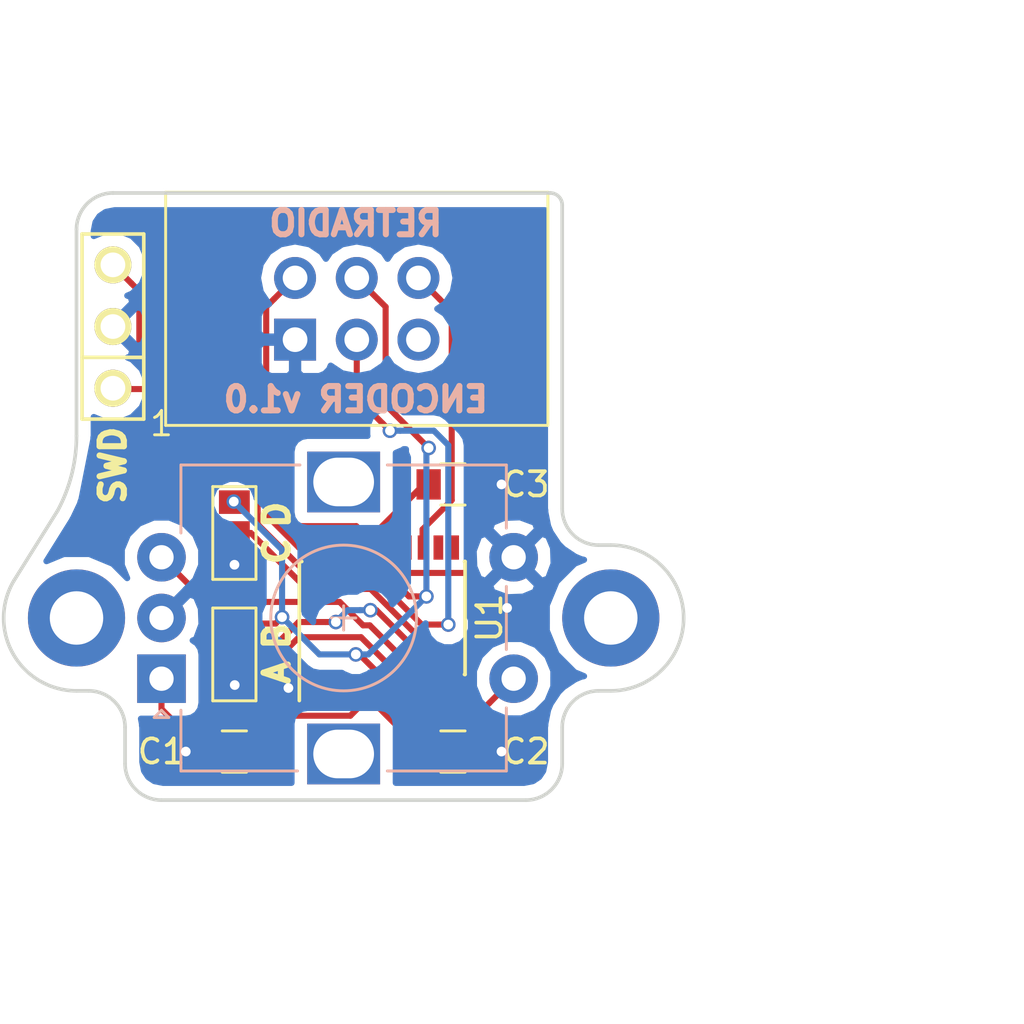
<source format=kicad_pcb>
(kicad_pcb (version 4) (host pcbnew 4.0.7-e2-6376~58~ubuntu16.04.1)

  (general
    (links 27)
    (no_connects 0)
    (area 153.424999 84.058222 202.85 127.700001)
    (thickness 1.6)
    (drawings 30)
    (tracks 150)
    (zones 0)
    (modules 9)
    (nets 14)
  )

  (page A4)
  (layers
    (0 F.Cu signal)
    (31 B.Cu signal)
    (32 B.Adhes user)
    (33 F.Adhes user)
    (34 B.Paste user)
    (35 F.Paste user)
    (36 B.SilkS user)
    (37 F.SilkS user)
    (38 B.Mask user)
    (39 F.Mask user)
    (40 Dwgs.User user)
    (41 Cmts.User user)
    (42 Eco1.User user)
    (43 Eco2.User user)
    (44 Edge.Cuts user)
    (45 Margin user)
    (46 B.CrtYd user)
    (47 F.CrtYd user)
    (48 B.Fab user hide)
    (49 F.Fab user hide)
  )

  (setup
    (last_trace_width 0.25)
    (trace_clearance 0.2)
    (zone_clearance 0.508)
    (zone_45_only no)
    (trace_min 0.2)
    (segment_width 0.2)
    (edge_width 0.15)
    (via_size 0.6)
    (via_drill 0.4)
    (via_min_size 0.4)
    (via_min_drill 0.3)
    (uvia_size 0.3)
    (uvia_drill 0.1)
    (uvias_allowed no)
    (uvia_min_size 0.2)
    (uvia_min_drill 0.1)
    (pcb_text_width 0.3)
    (pcb_text_size 1.5 1.5)
    (mod_edge_width 0.15)
    (mod_text_size 1 1)
    (mod_text_width 0.15)
    (pad_size 2 2)
    (pad_drill 1)
    (pad_to_mask_clearance 0.2)
    (aux_axis_origin 0 0)
    (grid_origin 160 101.5)
    (visible_elements FFFFFF7F)
    (pcbplotparams
      (layerselection 0x010f0_80000001)
      (usegerberextensions false)
      (excludeedgelayer true)
      (linewidth 0.100000)
      (plotframeref false)
      (viasonmask false)
      (mode 1)
      (useauxorigin false)
      (hpglpennumber 1)
      (hpglpenspeed 20)
      (hpglpendiameter 15)
      (hpglpenoverlay 2)
      (psnegative false)
      (psa4output false)
      (plotreference true)
      (plotvalue true)
      (plotinvisibletext false)
      (padsonsilk false)
      (subtractmaskfromsilk false)
      (outputformat 1)
      (mirror false)
      (drillshape 0)
      (scaleselection 1)
      (outputdirectory gerber/))
  )

  (net 0 "")
  (net 1 "Net-(C1-Pad1)")
  (net 2 GND)
  (net 3 +3V3)
  (net 4 "Net-(SW1-Pad1)")
  (net 5 "Net-(SW1-Pad3)")
  (net 6 "Net-(SW1-Pad4)")
  (net 7 /ALERT)
  (net 8 /SCL)
  (net 9 /SDA)
  (net 10 /SWDIO)
  (net 11 /SWCLK)
  (net 12 "Net-(J1-Pad2)")
  (net 13 "Net-(J2-Pad2)")

  (net_class Default "This is the default net class."
    (clearance 0.2)
    (trace_width 0.25)
    (via_dia 0.6)
    (via_drill 0.4)
    (uvia_dia 0.3)
    (uvia_drill 0.1)
    (add_net +3V3)
    (add_net /ALERT)
    (add_net /SCL)
    (add_net /SDA)
    (add_net /SWCLK)
    (add_net /SWDIO)
    (add_net GND)
    (add_net "Net-(C1-Pad1)")
    (add_net "Net-(J1-Pad2)")
    (add_net "Net-(J2-Pad2)")
    (add_net "Net-(SW1-Pad1)")
    (add_net "Net-(SW1-Pad3)")
    (add_net "Net-(SW1-Pad4)")
  )

  (module Capacitors_SMD:C_0805 (layer F.Cu) (tedit 58AA8463) (tstamp 5C2D53F7)
    (at 175.5 114.5)
    (descr "Capacitor SMD 0805, reflow soldering, AVX (see smccp.pdf)")
    (tags "capacitor 0805")
    (path /5C2D49B4)
    (attr smd)
    (fp_text reference C2 (at 3 0) (layer F.SilkS)
      (effects (font (size 1 1) (thickness 0.15)))
    )
    (fp_text value 100n (at 0 1.75) (layer F.Fab)
      (effects (font (size 1 1) (thickness 0.15)))
    )
    (fp_text user %R (at 0 -1.5) (layer F.Fab)
      (effects (font (size 1 1) (thickness 0.15)))
    )
    (fp_line (start -1 0.62) (end -1 -0.62) (layer F.Fab) (width 0.1))
    (fp_line (start 1 0.62) (end -1 0.62) (layer F.Fab) (width 0.1))
    (fp_line (start 1 -0.62) (end 1 0.62) (layer F.Fab) (width 0.1))
    (fp_line (start -1 -0.62) (end 1 -0.62) (layer F.Fab) (width 0.1))
    (fp_line (start 0.5 -0.85) (end -0.5 -0.85) (layer F.SilkS) (width 0.12))
    (fp_line (start -0.5 0.85) (end 0.5 0.85) (layer F.SilkS) (width 0.12))
    (fp_line (start -1.75 -0.88) (end 1.75 -0.88) (layer F.CrtYd) (width 0.05))
    (fp_line (start -1.75 -0.88) (end -1.75 0.87) (layer F.CrtYd) (width 0.05))
    (fp_line (start 1.75 0.87) (end 1.75 -0.88) (layer F.CrtYd) (width 0.05))
    (fp_line (start 1.75 0.87) (end -1.75 0.87) (layer F.CrtYd) (width 0.05))
    (pad 1 smd rect (at -1 0) (size 1 1.25) (layers F.Cu F.Paste F.Mask)
      (net 3 +3V3))
    (pad 2 smd rect (at 1 0) (size 1 1.25) (layers F.Cu F.Paste F.Mask)
      (net 2 GND))
    (model Capacitors_SMD.3dshapes/C_0805.wrl
      (at (xyz 0 0 0))
      (scale (xyz 1 1 1))
      (rotate (xyz 0 0 0))
    )
  )

  (module Capacitors_SMD:C_0805 (layer F.Cu) (tedit 58AA8463) (tstamp 5C2D5408)
    (at 175.5 103.5 180)
    (descr "Capacitor SMD 0805, reflow soldering, AVX (see smccp.pdf)")
    (tags "capacitor 0805")
    (path /5C2D49F5)
    (attr smd)
    (fp_text reference C3 (at -3 0 180) (layer F.SilkS)
      (effects (font (size 1 1) (thickness 0.15)))
    )
    (fp_text value 100n (at 0 1.75 180) (layer F.Fab)
      (effects (font (size 1 1) (thickness 0.15)))
    )
    (fp_text user %R (at 0 -1.5 180) (layer F.Fab)
      (effects (font (size 1 1) (thickness 0.15)))
    )
    (fp_line (start -1 0.62) (end -1 -0.62) (layer F.Fab) (width 0.1))
    (fp_line (start 1 0.62) (end -1 0.62) (layer F.Fab) (width 0.1))
    (fp_line (start 1 -0.62) (end 1 0.62) (layer F.Fab) (width 0.1))
    (fp_line (start -1 -0.62) (end 1 -0.62) (layer F.Fab) (width 0.1))
    (fp_line (start 0.5 -0.85) (end -0.5 -0.85) (layer F.SilkS) (width 0.12))
    (fp_line (start -0.5 0.85) (end 0.5 0.85) (layer F.SilkS) (width 0.12))
    (fp_line (start -1.75 -0.88) (end 1.75 -0.88) (layer F.CrtYd) (width 0.05))
    (fp_line (start -1.75 -0.88) (end -1.75 0.87) (layer F.CrtYd) (width 0.05))
    (fp_line (start 1.75 0.87) (end 1.75 -0.88) (layer F.CrtYd) (width 0.05))
    (fp_line (start 1.75 0.87) (end -1.75 0.87) (layer F.CrtYd) (width 0.05))
    (pad 1 smd rect (at -1 0 180) (size 1 1.25) (layers F.Cu F.Paste F.Mask)
      (net 2 GND))
    (pad 2 smd rect (at 1 0 180) (size 1 1.25) (layers F.Cu F.Paste F.Mask)
      (net 3 +3V3))
    (model Capacitors_SMD.3dshapes/C_0805.wrl
      (at (xyz 0 0 0))
      (scale (xyz 1 1 1))
      (rotate (xyz 0 0 0))
    )
  )

  (module Rotary_Encoder:RotaryEncoder_Alps_EC12E-Switch_Vertical_H20mm (layer B.Cu) (tedit 5C2D6B36) (tstamp 5C2D542F)
    (at 163.5 111.5)
    (descr "Alps rotary encoder, EC12E... with switch, vertical shaft, http://www.alps.com/prod/info/E/HTML/Encoder/Incremental/EC12E/EC12E1240405.html & http://cdn-reichelt.de/documents/datenblatt/F100/402097STEC12E08.PDF")
    (tags "rotary encoder")
    (path /5C2D43A9)
    (fp_text reference SW1 (at 2.8 4.7) (layer B.SilkS) hide
      (effects (font (size 1 1) (thickness 0.15)) (justify mirror))
    )
    (fp_text value Rotary_Encoder_Switch (at 7.5 -10.4) (layer B.Fab)
      (effects (font (size 1 1) (thickness 0.15)) (justify mirror))
    )
    (fp_line (start 7 -2.5) (end 8 -2.5) (layer B.SilkS) (width 0.12))
    (fp_line (start 7.5 -2) (end 7.5 -3) (layer B.SilkS) (width 0.12))
    (fp_text user %R (at 11.5 -6.6) (layer B.Fab)
      (effects (font (size 1 1) (thickness 0.15)) (justify mirror))
    )
    (fp_line (start 14.2 -6.2) (end 14.2 -8.8) (layer B.SilkS) (width 0.12))
    (fp_line (start 14.2 -1.2) (end 14.2 -3.8) (layer B.SilkS) (width 0.12))
    (fp_line (start 14.2 3.8) (end 14.2 1.2) (layer B.SilkS) (width 0.12))
    (fp_line (start 4.5 -2.5) (end 10.5 -2.5) (layer B.Fab) (width 0.12))
    (fp_line (start 7.5 0.5) (end 7.5 -5.5) (layer B.Fab) (width 0.12))
    (fp_line (start 0.3 1.6) (end 0 1.3) (layer B.SilkS) (width 0.12))
    (fp_line (start -0.3 1.6) (end 0.3 1.6) (layer B.SilkS) (width 0.12))
    (fp_line (start 0 1.3) (end -0.3 1.6) (layer B.SilkS) (width 0.12))
    (fp_line (start 0.8 3.8) (end 0.8 1.3) (layer B.SilkS) (width 0.12))
    (fp_line (start 5.6 3.8) (end 0.8 3.8) (layer B.SilkS) (width 0.12))
    (fp_line (start 0.8 -8.8) (end 0.8 -6) (layer B.SilkS) (width 0.12))
    (fp_line (start 5.7 -8.8) (end 0.8 -8.8) (layer B.SilkS) (width 0.12))
    (fp_line (start 14.2 -8.8) (end 9.3 -8.8) (layer B.SilkS) (width 0.12))
    (fp_line (start 9.3 3.8) (end 14.2 3.8) (layer B.SilkS) (width 0.12))
    (fp_line (start 0.9 2.6) (end 1.9 3.7) (layer B.Fab) (width 0.12))
    (fp_line (start 0.9 -8.7) (end 0.9 2.6) (layer B.Fab) (width 0.12))
    (fp_line (start 14.1 -8.7) (end 0.9 -8.7) (layer B.Fab) (width 0.12))
    (fp_line (start 14.1 3.7) (end 14.1 -8.7) (layer B.Fab) (width 0.12))
    (fp_line (start 1.9 3.7) (end 14.1 3.7) (layer B.Fab) (width 0.12))
    (fp_line (start -1.5 4.85) (end 16 4.85) (layer B.CrtYd) (width 0.05))
    (fp_line (start -1.5 4.85) (end -1.5 -9.85) (layer B.CrtYd) (width 0.05))
    (fp_line (start 16 -9.85) (end 16 4.85) (layer B.CrtYd) (width 0.05))
    (fp_line (start 16 -9.85) (end -1.5 -9.85) (layer B.CrtYd) (width 0.05))
    (fp_circle (center 7.5 -2.5) (end 10.5 -2.5) (layer B.SilkS) (width 0.12))
    (fp_circle (center 7.5 -2.5) (end 10.5 -2.5) (layer B.Fab) (width 0.12))
    (pad 5 thru_hole circle (at 14.5 -5) (size 2 2) (drill 1) (layers *.Cu *.Mask)
      (net 2 GND))
    (pad 4 thru_hole circle (at 14.5 0) (size 2 2) (drill 1) (layers *.Cu *.Mask)
      (net 6 "Net-(SW1-Pad4)"))
    (pad MP thru_hole rect (at 7.5 -8.1) (size 3 2.5) (drill oval 2.5 2) (layers *.Cu *.Mask))
    (pad MP thru_hole rect (at 7.5 3.1) (size 3 2.5) (drill oval 2.5 2) (layers *.Cu *.Mask))
    (pad 3 thru_hole circle (at 0 -5) (size 2 2) (drill 1) (layers *.Cu *.Mask)
      (net 5 "Net-(SW1-Pad3)"))
    (pad 2 thru_hole circle (at 0 -2.5) (size 2 2) (drill 1) (layers *.Cu *.Mask)
      (net 2 GND))
    (pad 1 thru_hole rect (at 0 0) (size 2 2) (drill 1) (layers *.Cu *.Mask)
      (net 4 "Net-(SW1-Pad1)"))
    (model ${KISYS3DMOD}/Rotary_Encoder.3dshapes/RotaryEncoder_Alps_EC12E-Switch_Vertical_H20mm.wrl
      (at (xyz 0 0 0))
      (scale (xyz 1 1 1))
      (rotate (xyz 0 0 0))
    )
  )

  (module Housings_SSOP:SSOP-20_4.4x6.5mm_Pitch0.65mm (layer F.Cu) (tedit 57AFAF80) (tstamp 5C2D5456)
    (at 172.625 109 90)
    (descr "SSOP20: plastic shrink small outline package; 20 leads; body width 4.4 mm; (see NXP SSOP-TSSOP-VSO-REFLOW.pdf and sot266-1_po.pdf)")
    (tags "SSOP 0.65")
    (path /5C2D459B)
    (attr smd)
    (fp_text reference U1 (at 0 4.375 90) (layer F.SilkS)
      (effects (font (size 1 1) (thickness 0.15)))
    )
    (fp_text value STM32F030F4Px (at 0 4.3 90) (layer F.Fab)
      (effects (font (size 1 1) (thickness 0.15)))
    )
    (fp_line (start -1.2 -3.25) (end 2.2 -3.25) (layer F.Fab) (width 0.15))
    (fp_line (start 2.2 -3.25) (end 2.2 3.25) (layer F.Fab) (width 0.15))
    (fp_line (start 2.2 3.25) (end -2.2 3.25) (layer F.Fab) (width 0.15))
    (fp_line (start -2.2 3.25) (end -2.2 -2.25) (layer F.Fab) (width 0.15))
    (fp_line (start -2.2 -2.25) (end -1.2 -3.25) (layer F.Fab) (width 0.15))
    (fp_line (start -3.65 -3.55) (end -3.65 3.55) (layer F.CrtYd) (width 0.05))
    (fp_line (start 3.65 -3.55) (end 3.65 3.55) (layer F.CrtYd) (width 0.05))
    (fp_line (start -3.65 -3.55) (end 3.65 -3.55) (layer F.CrtYd) (width 0.05))
    (fp_line (start -3.65 3.55) (end 3.65 3.55) (layer F.CrtYd) (width 0.05))
    (fp_line (start 2.325 -3.45) (end 2.325 -3.35) (layer F.SilkS) (width 0.15))
    (fp_line (start 2.325 3.375) (end 2.325 3.35) (layer F.SilkS) (width 0.15))
    (fp_line (start -2.325 3.375) (end -2.325 3.35) (layer F.SilkS) (width 0.15))
    (fp_line (start -3.4 -3.45) (end 2.325 -3.45) (layer F.SilkS) (width 0.15))
    (fp_line (start -2.325 3.375) (end 2.325 3.375) (layer F.SilkS) (width 0.15))
    (fp_text user %R (at 0 0 90) (layer F.Fab)
      (effects (font (size 0.8 0.8) (thickness 0.15)))
    )
    (pad 1 smd rect (at -2.9 -2.925 90) (size 1 0.4) (layers F.Cu F.Paste F.Mask)
      (net 2 GND))
    (pad 2 smd rect (at -2.9 -2.275 90) (size 1 0.4) (layers F.Cu F.Paste F.Mask))
    (pad 3 smd rect (at -2.9 -1.625 90) (size 1 0.4) (layers F.Cu F.Paste F.Mask))
    (pad 4 smd rect (at -2.9 -0.975 90) (size 1 0.4) (layers F.Cu F.Paste F.Mask)
      (net 1 "Net-(C1-Pad1)"))
    (pad 5 smd rect (at -2.9 -0.325 90) (size 1 0.4) (layers F.Cu F.Paste F.Mask)
      (net 3 +3V3))
    (pad 6 smd rect (at -2.9 0.325 90) (size 1 0.4) (layers F.Cu F.Paste F.Mask)
      (net 4 "Net-(SW1-Pad1)"))
    (pad 7 smd rect (at -2.9 0.975 90) (size 1 0.4) (layers F.Cu F.Paste F.Mask)
      (net 5 "Net-(SW1-Pad3)"))
    (pad 8 smd rect (at -2.9 1.625 90) (size 1 0.4) (layers F.Cu F.Paste F.Mask)
      (net 6 "Net-(SW1-Pad4)"))
    (pad 9 smd rect (at -2.9 2.275 90) (size 1 0.4) (layers F.Cu F.Paste F.Mask)
      (net 12 "Net-(J1-Pad2)"))
    (pad 10 smd rect (at -2.9 2.925 90) (size 1 0.4) (layers F.Cu F.Paste F.Mask)
      (net 13 "Net-(J2-Pad2)"))
    (pad 11 smd rect (at 2.9 2.925 90) (size 1 0.4) (layers F.Cu F.Paste F.Mask))
    (pad 12 smd rect (at 2.9 2.275 90) (size 1 0.4) (layers F.Cu F.Paste F.Mask))
    (pad 13 smd rect (at 2.9 1.625 90) (size 1 0.4) (layers F.Cu F.Paste F.Mask)
      (net 7 /ALERT))
    (pad 14 smd rect (at 2.9 0.975 90) (size 1 0.4) (layers F.Cu F.Paste F.Mask))
    (pad 15 smd rect (at 2.9 0.325 90) (size 1 0.4) (layers F.Cu F.Paste F.Mask)
      (net 2 GND))
    (pad 16 smd rect (at 2.9 -0.325 90) (size 1 0.4) (layers F.Cu F.Paste F.Mask)
      (net 3 +3V3))
    (pad 17 smd rect (at 2.9 -0.975 90) (size 1 0.4) (layers F.Cu F.Paste F.Mask)
      (net 8 /SCL))
    (pad 18 smd rect (at 2.9 -1.625 90) (size 1 0.4) (layers F.Cu F.Paste F.Mask)
      (net 9 /SDA))
    (pad 19 smd rect (at 2.9 -2.275 90) (size 1 0.4) (layers F.Cu F.Paste F.Mask)
      (net 10 /SWDIO))
    (pad 20 smd rect (at 2.9 -2.925 90) (size 1 0.4) (layers F.Cu F.Paste F.Mask)
      (net 11 /SWCLK))
    (model ${KISYS3DMOD}/Housings_SSOP.3dshapes/SSOP-20_4.4x6.5mm_Pitch0.65mm.wrl
      (at (xyz 0 0 0))
      (scale (xyz 1 1 1))
      (rotate (xyz 0 0 0))
    )
  )

  (module Connectors:IDC_Header_Straight_6pins (layer F.Cu) (tedit 5C2D62BD) (tstamp 5C2D5478)
    (at 169 97.54)
    (descr "6 pins through hole IDC header")
    (tags "IDC header socket VASCH AVR ISP")
    (path /5C2D4514)
    (fp_text reference X1 (at 3 -7.5) (layer F.SilkS) hide
      (effects (font (size 1 1) (thickness 0.15)))
    )
    (fp_text value I2C-6P (at 3 5) (layer F.Fab)
      (effects (font (size 1 1) (thickness 0.15)))
    )
    (fp_line (start -5.08 -5.82) (end 10.16 -5.82) (layer F.Fab) (width 0.1))
    (fp_line (start -4.54 -5.27) (end 9.6 -5.27) (layer F.Fab) (width 0.1))
    (fp_line (start -5.08 3.28) (end 10.16 3.28) (layer F.Fab) (width 0.1))
    (fp_line (start -4.54 2.73) (end 0.29 2.73) (layer F.Fab) (width 0.1))
    (fp_line (start 4.79 2.73) (end 9.6 2.73) (layer F.Fab) (width 0.1))
    (fp_line (start 0.29 2.73) (end 0.29 3.28) (layer F.Fab) (width 0.1))
    (fp_line (start 4.79 2.73) (end 4.79 3.28) (layer F.Fab) (width 0.1))
    (fp_line (start -5.08 -5.82) (end -5.08 3.28) (layer F.Fab) (width 0.1))
    (fp_line (start -4.54 -5.27) (end -4.54 2.73) (layer F.Fab) (width 0.1))
    (fp_line (start 10.16 -5.82) (end 10.16 3.28) (layer F.Fab) (width 0.1))
    (fp_line (start 9.6 -5.27) (end 9.6 2.73) (layer F.Fab) (width 0.1))
    (fp_line (start -5.08 -5.82) (end -4.54 -5.27) (layer F.Fab) (width 0.1))
    (fp_line (start 10.16 -5.82) (end 9.6 -5.27) (layer F.Fab) (width 0.1))
    (fp_line (start -5.08 3.28) (end -4.54 2.73) (layer F.Fab) (width 0.1))
    (fp_line (start 10.16 3.28) (end 9.6 2.73) (layer F.Fab) (width 0.1))
    (fp_line (start -5.58 -6.32) (end 10.66 -6.32) (layer F.CrtYd) (width 0.05))
    (fp_line (start 10.66 -6.32) (end 10.66 3.78) (layer F.CrtYd) (width 0.05))
    (fp_line (start 10.66 3.78) (end -5.58 3.78) (layer F.CrtYd) (width 0.05))
    (fp_line (start -5.58 3.78) (end -5.58 -6.32) (layer F.CrtYd) (width 0.05))
    (fp_text user 1 (at -5.5 3.46) (layer F.SilkS)
      (effects (font (size 1 1) (thickness 0.12)))
    )
    (fp_line (start -5.33 -6.07) (end 10.41 -6.07) (layer F.SilkS) (width 0.12))
    (fp_line (start 10.41 -6.07) (end 10.41 3.53) (layer F.SilkS) (width 0.12))
    (fp_line (start 10.41 3.53) (end -5.33 3.53) (layer F.SilkS) (width 0.12))
    (fp_line (start -5.33 3.53) (end -5.33 -6.07) (layer F.SilkS) (width 0.12))
    (pad 1 thru_hole rect (at 0 0) (size 1.7272 1.7272) (drill 1.016) (layers *.Cu *.Mask)
      (net 2 GND))
    (pad 2 thru_hole oval (at 0 -2.54) (size 1.7272 1.7272) (drill 1.016) (layers *.Cu *.Mask)
      (net 8 /SCL))
    (pad 3 thru_hole oval (at 2.54 0) (size 1.7272 1.7272) (drill 1.016) (layers *.Cu *.Mask)
      (net 9 /SDA))
    (pad 4 thru_hole oval (at 2.54 -2.54) (size 1.7272 1.7272) (drill 1.016) (layers *.Cu *.Mask)
      (net 3 +3V3))
    (pad 5 thru_hole oval (at 5.08 0) (size 1.7272 1.7272) (drill 1.016) (layers *.Cu *.Mask))
    (pad 6 thru_hole oval (at 5.08 -2.54) (size 1.7272 1.7272) (drill 1.016) (layers *.Cu *.Mask)
      (net 7 /ALERT))
  )

  (module device.farm:SWD (layer F.Cu) (tedit 5C2D62C2) (tstamp 5C2D5484)
    (at 161.5 97 90)
    (path /5C2D529E)
    (fp_text reference X2 (at 0 2.54 90) (layer F.SilkS) hide
      (effects (font (size 1 1) (thickness 0.15)))
    )
    (fp_text value SWD (at 0 -2.54 90) (layer F.Fab)
      (effects (font (size 1 1) (thickness 0.15)))
    )
    (fp_line (start -1.27 -1.27) (end -1.27 1.27) (layer F.SilkS) (width 0.15))
    (fp_line (start -3.81 -1.27) (end 3.81 -1.27) (layer F.SilkS) (width 0.15))
    (fp_line (start 3.81 -1.27) (end 3.81 1.27) (layer F.SilkS) (width 0.15))
    (fp_line (start 3.81 1.27) (end -3.81 1.27) (layer F.SilkS) (width 0.15))
    (fp_line (start -3.81 1.27) (end -3.81 -1.27) (layer F.SilkS) (width 0.15))
    (pad 1 thru_hole circle (at -2.54 0 90) (size 1.524 1.524) (drill 1.016) (layers *.Cu *.Mask F.SilkS)
      (net 10 /SWDIO))
    (pad 2 thru_hole circle (at 0 0 90) (size 1.524 1.524) (drill 1.016) (layers *.Cu *.Mask F.SilkS)
      (net 2 GND))
    (pad 3 thru_hole circle (at 2.54 0 90) (size 1.524 1.524) (drill 1.016) (layers *.Cu *.Mask F.SilkS)
      (net 11 /SWCLK))
  )

  (module Capacitors_SMD:C_0805 (layer F.Cu) (tedit 58AA8463) (tstamp 5C2DEBBC)
    (at 166.5 114.5 180)
    (descr "Capacitor SMD 0805, reflow soldering, AVX (see smccp.pdf)")
    (tags "capacitor 0805")
    (path /5C2D4945)
    (attr smd)
    (fp_text reference C1 (at 3 0 180) (layer F.SilkS)
      (effects (font (size 1 1) (thickness 0.15)))
    )
    (fp_text value 100n (at 0 1.75 180) (layer F.Fab)
      (effects (font (size 1 1) (thickness 0.15)))
    )
    (fp_text user %R (at 0 -1.5 180) (layer F.Fab)
      (effects (font (size 1 1) (thickness 0.15)))
    )
    (fp_line (start -1 0.62) (end -1 -0.62) (layer F.Fab) (width 0.1))
    (fp_line (start 1 0.62) (end -1 0.62) (layer F.Fab) (width 0.1))
    (fp_line (start 1 -0.62) (end 1 0.62) (layer F.Fab) (width 0.1))
    (fp_line (start -1 -0.62) (end 1 -0.62) (layer F.Fab) (width 0.1))
    (fp_line (start 0.5 -0.85) (end -0.5 -0.85) (layer F.SilkS) (width 0.12))
    (fp_line (start -0.5 0.85) (end 0.5 0.85) (layer F.SilkS) (width 0.12))
    (fp_line (start -1.75 -0.88) (end 1.75 -0.88) (layer F.CrtYd) (width 0.05))
    (fp_line (start -1.75 -0.88) (end -1.75 0.87) (layer F.CrtYd) (width 0.05))
    (fp_line (start 1.75 0.87) (end 1.75 -0.88) (layer F.CrtYd) (width 0.05))
    (fp_line (start 1.75 0.87) (end -1.75 0.87) (layer F.CrtYd) (width 0.05))
    (pad 1 smd rect (at -1 0 180) (size 1 1.25) (layers F.Cu F.Paste F.Mask)
      (net 1 "Net-(C1-Pad1)"))
    (pad 2 smd rect (at 1 0 180) (size 1 1.25) (layers F.Cu F.Paste F.Mask)
      (net 2 GND))
    (model Capacitors_SMD.3dshapes/C_0805.wrl
      (at (xyz 0 0 0))
      (scale (xyz 1 1 1))
      (rotate (xyz 0 0 0))
    )
  )

  (module Connectors:GS3 (layer F.Cu) (tedit 5C2D6992) (tstamp 5C2DEBCB)
    (at 166.5 110.5 180)
    (descr "3-pin solder bridge")
    (tags "solder bridge")
    (path /5C2D5CA6)
    (attr smd)
    (fp_text reference J1 (at -1.7 0 270) (layer F.SilkS) hide
      (effects (font (size 1 1) (thickness 0.15)))
    )
    (fp_text value GS3 (at 1.8 0 270) (layer F.Fab)
      (effects (font (size 1 1) (thickness 0.15)))
    )
    (fp_line (start -1.15 -2.15) (end 1.15 -2.15) (layer F.CrtYd) (width 0.05))
    (fp_line (start 1.15 -2.15) (end 1.15 2.15) (layer F.CrtYd) (width 0.05))
    (fp_line (start 1.15 2.15) (end -1.15 2.15) (layer F.CrtYd) (width 0.05))
    (fp_line (start -1.15 2.15) (end -1.15 -2.15) (layer F.CrtYd) (width 0.05))
    (fp_line (start -0.89 -1.91) (end -0.89 1.91) (layer F.SilkS) (width 0.12))
    (fp_line (start -0.89 1.91) (end 0.89 1.91) (layer F.SilkS) (width 0.12))
    (fp_line (start 0.89 1.91) (end 0.89 -1.91) (layer F.SilkS) (width 0.12))
    (fp_line (start -0.89 -1.91) (end 0.89 -1.91) (layer F.SilkS) (width 0.12))
    (pad 1 smd rect (at 0 -1.27 180) (size 1.27 0.97) (layers F.Cu F.Paste F.Mask)
      (net 2 GND))
    (pad 2 smd rect (at 0 0 180) (size 1.27 0.97) (layers F.Cu F.Paste F.Mask)
      (net 12 "Net-(J1-Pad2)"))
    (pad 3 smd rect (at 0 1.27 180) (size 1.27 0.97) (layers F.Cu F.Paste F.Mask)
      (net 3 +3V3))
  )

  (module Connectors:GS3 (layer F.Cu) (tedit 5C2D698E) (tstamp 5C2DEBDA)
    (at 166.5 105.5 180)
    (descr "3-pin solder bridge")
    (tags "solder bridge")
    (path /5C2D5D1D)
    (attr smd)
    (fp_text reference J2 (at -1.7 0 270) (layer F.SilkS) hide
      (effects (font (size 1 1) (thickness 0.15)))
    )
    (fp_text value GS3 (at 1.8 0 270) (layer F.Fab)
      (effects (font (size 1 1) (thickness 0.15)))
    )
    (fp_line (start -1.15 -2.15) (end 1.15 -2.15) (layer F.CrtYd) (width 0.05))
    (fp_line (start 1.15 -2.15) (end 1.15 2.15) (layer F.CrtYd) (width 0.05))
    (fp_line (start 1.15 2.15) (end -1.15 2.15) (layer F.CrtYd) (width 0.05))
    (fp_line (start -1.15 2.15) (end -1.15 -2.15) (layer F.CrtYd) (width 0.05))
    (fp_line (start -0.89 -1.91) (end -0.89 1.91) (layer F.SilkS) (width 0.12))
    (fp_line (start -0.89 1.91) (end 0.89 1.91) (layer F.SilkS) (width 0.12))
    (fp_line (start 0.89 1.91) (end 0.89 -1.91) (layer F.SilkS) (width 0.12))
    (fp_line (start -0.89 -1.91) (end 0.89 -1.91) (layer F.SilkS) (width 0.12))
    (pad 1 smd rect (at 0 -1.27 180) (size 1.27 0.97) (layers F.Cu F.Paste F.Mask)
      (net 2 GND))
    (pad 2 smd rect (at 0 0 180) (size 1.27 0.97) (layers F.Cu F.Paste F.Mask)
      (net 13 "Net-(J2-Pad2)"))
    (pad 3 smd rect (at 0 1.27 180) (size 1.27 0.97) (layers F.Cu F.Paste F.Mask)
      (net 3 +3V3))
  )

  (gr_text RETRADIO (at 171.5 92.75) (layer B.SilkS) (tstamp 5C2DF109)
    (effects (font (size 1 1) (thickness 0.25)) (justify mirror))
  )
  (gr_text "ENCODER v1.0" (at 171.5 100) (layer B.SilkS) (tstamp 5C2DF0FB)
    (effects (font (size 1 1) (thickness 0.25)) (justify mirror))
  )
  (gr_text D (at 168.25 104.75 90) (layer F.SilkS) (tstamp 5C2DF0AC)
    (effects (font (size 1 1) (thickness 0.25)))
  )
  (gr_text C (at 168.25 106.25 90) (layer F.SilkS) (tstamp 5C2DF0AB)
    (effects (font (size 1 1) (thickness 0.25)))
  )
  (gr_text B (at 168.25 109.75 90) (layer F.SilkS) (tstamp 5C2DF0AA)
    (effects (font (size 1 1) (thickness 0.25)))
  )
  (gr_text A (at 168.25 111.25 90) (layer F.SilkS) (tstamp 5C2DF094)
    (effects (font (size 1 1) (thickness 0.25)))
  )
  (gr_text SWD (at 161.5 101 90) (layer F.SilkS)
    (effects (font (size 1 1) (thickness 0.25)) (justify right))
  )
  (gr_arc (start 179.5 92) (end 179.5 91.5) (angle 90) (layer Edge.Cuts) (width 0.15) (tstamp 5C2DEF1F))
  (dimension 22 (width 0.3) (layer Dwgs.User)
    (gr_text "22,000 mm" (at 171 126.35) (layer Dwgs.User)
      (effects (font (size 1.5 1.5) (thickness 0.3)))
    )
    (feature1 (pts (xy 182 109) (xy 182 127.7)))
    (feature2 (pts (xy 160 109) (xy 160 127.7)))
    (crossbar (pts (xy 160 125) (xy 182 125)))
    (arrow1a (pts (xy 182 125) (xy 180.873496 125.586421)))
    (arrow1b (pts (xy 182 125) (xy 180.873496 124.413579)))
    (arrow2a (pts (xy 160 125) (xy 161.126504 125.586421)))
    (arrow2b (pts (xy 160 125) (xy 161.126504 124.413579)))
  )
  (dimension 28 (width 0.3) (layer Dwgs.User)
    (gr_text "28,000 mm" (at 171 85.408222) (layer Dwgs.User)
      (effects (font (size 1.5 1.5) (thickness 0.3)))
    )
    (feature1 (pts (xy 185 109) (xy 185 84.058222)))
    (feature2 (pts (xy 157 109) (xy 157 84.058222)))
    (crossbar (pts (xy 157 86.758222) (xy 185 86.758222)))
    (arrow1a (pts (xy 185 86.758222) (xy 183.873496 87.344643)))
    (arrow1b (pts (xy 185 86.758222) (xy 183.873496 86.171801)))
    (arrow2a (pts (xy 157 86.758222) (xy 158.126504 87.344643)))
    (arrow2b (pts (xy 157 86.758222) (xy 158.126504 86.171801)))
  )
  (gr_line (start 157.427521 107.456513) (end 159.223062 104.581648) (layer Edge.Cuts) (width 0.15))
  (gr_arc (start 153.5 101.5) (end 160 101.5) (angle 28.3007498) (layer Edge.Cuts) (width 0.15) (tstamp 5C2DEE42))
  (gr_arc (start 181.5 104.5) (end 181.5 106) (angle 90) (layer Edge.Cuts) (width 0.15) (tstamp 5C2DEE29))
  (gr_arc (start 161.5 93) (end 160 93) (angle 90) (layer Edge.Cuts) (width 0.15) (tstamp 5C2D8C97))
  (gr_line (start 160 93) (end 160 101.5) (layer Edge.Cuts) (width 0.15))
  (gr_line (start 179.5 91.5) (end 161.5 91.5) (layer Edge.Cuts) (width 0.15))
  (gr_line (start 180 104.5) (end 180 92) (layer Edge.Cuts) (width 0.15))
  (gr_line (start 181.5 106) (end 182 106) (layer Edge.Cuts) (width 0.15))
  (gr_line (start 182 112) (end 181.5 112) (layer Edge.Cuts) (width 0.15))
  (gr_line (start 180 115) (end 180 113.5) (layer Edge.Cuts) (width 0.15))
  (gr_line (start 162 115) (end 162 113.5) (layer Edge.Cuts) (width 0.15))
  (gr_line (start 178.5 116.5) (end 163.5 116.5) (layer Edge.Cuts) (width 0.15))
  (gr_line (start 160 112) (end 160.5 112) (layer Edge.Cuts) (width 0.15))
  (gr_arc (start 160 109) (end 160 112) (angle 120.9637598) (layer Edge.Cuts) (width 0.15))
  (gr_arc (start 160.5 113.5) (end 160.5 112) (angle 90) (layer Edge.Cuts) (width 0.15) (tstamp 5C2D8C70))
  (gr_arc (start 163.5 115) (end 163.5 116.5) (angle 90) (layer Edge.Cuts) (width 0.15) (tstamp 5C2D8C6E))
  (gr_arc (start 178.5 115) (end 180 115) (angle 90) (layer Edge.Cuts) (width 0.15) (tstamp 5C2D8C6D))
  (gr_arc (start 181.5 113.5) (end 180 113.5) (angle 90) (layer Edge.Cuts) (width 0.15) (tstamp 5C2D8C6A))
  (gr_arc (start 182 109) (end 182 106) (angle 180) (layer Edge.Cuts) (width 0.15))
  (dimension 25 (width 0.3) (layer Dwgs.User)
    (gr_text "25,000 mm" (at 196.35 104 90) (layer Dwgs.User)
      (effects (font (size 1.5 1.5) (thickness 0.3)))
    )
    (feature1 (pts (xy 170 91.5) (xy 197.7 91.5)))
    (feature2 (pts (xy 170 116.5) (xy 197.7 116.5)))
    (crossbar (pts (xy 195 116.5) (xy 195 91.5)))
    (arrow1a (pts (xy 195 91.5) (xy 195.586421 92.626504)))
    (arrow1b (pts (xy 195 91.5) (xy 194.413579 92.626504)))
    (arrow2a (pts (xy 195 116.5) (xy 195.586421 115.373496)))
    (arrow2b (pts (xy 195 116.5) (xy 194.413579 115.373496)))
  )

  (via (at 182 109) (size 4) (drill 2.2) (layers F.Cu B.Cu) (net 0) (tstamp 5C2DEF0B))
  (via (at 160 109) (size 4) (drill 2.2) (layers F.Cu B.Cu) (net 0) (tstamp 5C2D8C4F))
  (segment (start 171.65 111.9) (end 171.65 112.65) (width 0.25) (layer F.Cu) (net 1))
  (segment (start 171.65 112.65) (end 171.275001 113.024999) (width 0.25) (layer F.Cu) (net 1))
  (segment (start 171.275001 113.024999) (end 168.850001 113.024999) (width 0.25) (layer F.Cu) (net 1))
  (segment (start 168.850001 113.024999) (end 167.5 114.375) (width 0.25) (layer F.Cu) (net 1))
  (segment (start 167.5 114.375) (end 167.5 114.5) (width 0.25) (layer F.Cu) (net 1))
  (segment (start 177.430254 108.285564) (end 177.730253 108.585563) (width 0.25) (layer F.Cu) (net 2))
  (segment (start 176.289783 107.145093) (end 177.430254 108.285564) (width 0.25) (layer F.Cu) (net 2))
  (segment (start 173.483184 107.145093) (end 176.289783 107.145093) (width 0.25) (layer F.Cu) (net 2))
  (segment (start 172.95 106.1) (end 172.95 106.611909) (width 0.25) (layer F.Cu) (net 2))
  (via (at 177.730253 108.585563) (size 0.6) (drill 0.4) (layers F.Cu B.Cu) (net 2))
  (segment (start 172.95 106.611909) (end 173.483184 107.145093) (width 0.25) (layer F.Cu) (net 2))
  (segment (start 169.7 111.9) (end 168.742492 111.9) (width 0.25) (layer F.Cu) (net 2))
  (via (at 168.725914 111.883422) (size 0.6) (drill 0.4) (layers F.Cu B.Cu) (net 2))
  (segment (start 168.742492 111.9) (end 168.725914 111.883422) (width 0.25) (layer F.Cu) (net 2))
  (segment (start 166.506318 111.77) (end 166.515062 111.761256) (width 0.25) (layer F.Cu) (net 2))
  (segment (start 166.5 111.77) (end 166.506318 111.77) (width 0.25) (layer F.Cu) (net 2))
  (via (at 166.515062 111.761256) (size 0.6) (drill 0.4) (layers F.Cu B.Cu) (net 2))
  (segment (start 166.5 106.804037) (end 166.504075 106.808112) (width 0.25) (layer F.Cu) (net 2))
  (segment (start 166.5 106.77) (end 166.5 106.804037) (width 0.25) (layer F.Cu) (net 2))
  (via (at 166.504075 106.808112) (size 0.6) (drill 0.4) (layers F.Cu B.Cu) (net 2))
  (via (at 177.5 103.5) (size 0.6) (drill 0.4) (layers F.Cu B.Cu) (net 2))
  (segment (start 176.5 103.5) (end 177.5 103.5) (width 0.25) (layer F.Cu) (net 2))
  (via (at 164.5 114.5) (size 0.6) (drill 0.4) (layers F.Cu B.Cu) (net 2))
  (segment (start 165.5 114.5) (end 164.5 114.5) (width 0.25) (layer F.Cu) (net 2))
  (via (at 177.5 114.5) (size 0.6) (drill 0.4) (layers F.Cu B.Cu) (net 2))
  (segment (start 176.5 114.5) (end 177.5 114.5) (width 0.25) (layer F.Cu) (net 2))
  (segment (start 172.728601 96.188601) (end 172.403599 95.863599) (width 0.25) (layer F.Cu) (net 3))
  (segment (start 172.728601 100.228601) (end 172.728601 96.188601) (width 0.25) (layer F.Cu) (net 3))
  (segment (start 174.5 102) (end 172.728601 100.228601) (width 0.25) (layer F.Cu) (net 3))
  (segment (start 172.403599 95.863599) (end 171.54 95) (width 0.25) (layer F.Cu) (net 3))
  (segment (start 174.407385 102.092615) (end 174.5 102) (width 0.25) (layer B.Cu) (net 3))
  (via (at 174.5 102) (size 0.6) (drill 0.4) (layers F.Cu B.Cu) (net 3))
  (segment (start 174.407385 108.110921) (end 174.407385 102.092615) (width 0.25) (layer B.Cu) (net 3))
  (segment (start 171.5 110.5) (end 172.018306 110.5) (width 0.25) (layer B.Cu) (net 3))
  (via (at 174.407385 108.110921) (size 0.6) (drill 0.4) (layers F.Cu B.Cu) (net 3))
  (segment (start 172.3 106.721413) (end 173.689508 108.110921) (width 0.25) (layer F.Cu) (net 3))
  (segment (start 172.018306 110.5) (end 174.107386 108.41092) (width 0.25) (layer B.Cu) (net 3))
  (segment (start 174.107386 108.41092) (end 174.407385 108.110921) (width 0.25) (layer B.Cu) (net 3))
  (segment (start 173.983121 108.110921) (end 174.407385 108.110921) (width 0.25) (layer F.Cu) (net 3))
  (segment (start 173.689508 108.110921) (end 173.983121 108.110921) (width 0.25) (layer F.Cu) (net 3))
  (segment (start 172.3 106.1) (end 172.3 106.721413) (width 0.25) (layer F.Cu) (net 3))
  (segment (start 166.494313 104.207546) (end 166.477119 104.207546) (width 0.25) (layer F.Cu) (net 3))
  (segment (start 166.5 104.213233) (end 166.494313 104.207546) (width 0.25) (layer F.Cu) (net 3))
  (segment (start 166.5 104.23) (end 166.5 104.213233) (width 0.25) (layer F.Cu) (net 3))
  (segment (start 168.464838 106.195265) (end 166.777118 104.507545) (width 0.25) (layer B.Cu) (net 3))
  (segment (start 168.464838 108.964838) (end 168.464838 106.195265) (width 0.25) (layer B.Cu) (net 3))
  (segment (start 166.777118 104.507545) (end 166.477119 104.207546) (width 0.25) (layer B.Cu) (net 3))
  (via (at 166.477119 104.207546) (size 0.6) (drill 0.4) (layers F.Cu B.Cu) (net 3))
  (segment (start 170 110.5) (end 168.764837 109.264837) (width 0.25) (layer B.Cu) (net 3))
  (segment (start 168.199676 109.23) (end 168.464838 108.964838) (width 0.25) (layer F.Cu) (net 3))
  (segment (start 168.764837 109.264837) (end 168.464838 108.964838) (width 0.25) (layer B.Cu) (net 3))
  (via (at 168.464838 108.964838) (size 0.6) (drill 0.4) (layers F.Cu B.Cu) (net 3))
  (segment (start 166.5 109.23) (end 168.199676 109.23) (width 0.25) (layer F.Cu) (net 3))
  (segment (start 171.5 110.5) (end 170 110.5) (width 0.25) (layer B.Cu) (net 3))
  (segment (start 171.65 110.5) (end 171.5 110.5) (width 0.25) (layer F.Cu) (net 3))
  (via (at 171.5 110.5) (size 0.6) (drill 0.4) (layers F.Cu B.Cu) (net 3))
  (segment (start 172.3 111.9) (end 172.3 111.15) (width 0.25) (layer F.Cu) (net 3))
  (segment (start 172.3 111.15) (end 171.65 110.5) (width 0.25) (layer F.Cu) (net 3))
  (segment (start 172.3 106.1) (end 172.3 105.503184) (width 0.25) (layer F.Cu) (net 3))
  (segment (start 172.3 105.503184) (end 174.303184 103.5) (width 0.25) (layer F.Cu) (net 3))
  (segment (start 174.303184 103.5) (end 174.5 103.5) (width 0.25) (layer F.Cu) (net 3))
  (segment (start 172.3 111.9) (end 172.3 112.545749) (width 0.25) (layer F.Cu) (net 3))
  (segment (start 172.3 112.545749) (end 174.254251 114.5) (width 0.25) (layer F.Cu) (net 3))
  (segment (start 174.254251 114.5) (end 174.5 114.5) (width 0.25) (layer F.Cu) (net 3))
  (segment (start 169.158155 109.791831) (end 171.716835 109.791831) (width 0.25) (layer F.Cu) (net 4))
  (segment (start 163.5 112.75) (end 164.064998 113.314998) (width 0.25) (layer F.Cu) (net 4))
  (segment (start 172.95 111.024996) (end 172.95 111.15) (width 0.25) (layer F.Cu) (net 4))
  (segment (start 163.5 111.5) (end 163.5 112.75) (width 0.25) (layer F.Cu) (net 4))
  (segment (start 167.989294 112.325704) (end 167.989294 110.960692) (width 0.25) (layer F.Cu) (net 4))
  (segment (start 172.95 111.15) (end 172.95 111.9) (width 0.25) (layer F.Cu) (net 4))
  (segment (start 167 113.314998) (end 167.989294 112.325704) (width 0.25) (layer F.Cu) (net 4))
  (segment (start 167.989294 110.960692) (end 169.158155 109.791831) (width 0.25) (layer F.Cu) (net 4))
  (segment (start 164.064998 113.314998) (end 167 113.314998) (width 0.25) (layer F.Cu) (net 4))
  (segment (start 171.716835 109.791831) (end 172.95 111.024996) (width 0.25) (layer F.Cu) (net 4))
  (segment (start 165.339837 108.339837) (end 170.836704 108.339837) (width 0.25) (layer F.Cu) (net 5))
  (segment (start 170.836704 108.339837) (end 171.799904 109.303037) (width 0.25) (layer F.Cu) (net 5))
  (segment (start 171.799904 109.303037) (end 172.075859 109.303037) (width 0.25) (layer F.Cu) (net 5))
  (segment (start 172.075859 109.303037) (end 173.6 110.827178) (width 0.25) (layer F.Cu) (net 5))
  (segment (start 173.6 110.827178) (end 173.6 111.15) (width 0.25) (layer F.Cu) (net 5))
  (segment (start 173.6 111.15) (end 173.6 111.9) (width 0.25) (layer F.Cu) (net 5))
  (segment (start 163.5 106.5) (end 165.339837 108.339837) (width 0.25) (layer F.Cu) (net 5))
  (segment (start 174.25 111.9) (end 174.25 112.65) (width 0.25) (layer F.Cu) (net 6))
  (segment (start 176.774999 112.725001) (end 177.000001 112.499999) (width 0.25) (layer F.Cu) (net 6))
  (segment (start 174.25 112.65) (end 174.325001 112.725001) (width 0.25) (layer F.Cu) (net 6))
  (segment (start 174.325001 112.725001) (end 176.774999 112.725001) (width 0.25) (layer F.Cu) (net 6))
  (segment (start 177.000001 112.499999) (end 178 111.5) (width 0.25) (layer F.Cu) (net 6))
  (segment (start 174.943599 95.863599) (end 174.08 95) (width 0.25) (layer F.Cu) (net 7))
  (segment (start 175.450011 96.370011) (end 174.943599 95.863599) (width 0.25) (layer F.Cu) (net 7))
  (segment (start 174.25 106.1) (end 174.25 105.35) (width 0.25) (layer F.Cu) (net 7))
  (segment (start 174.25 105.35) (end 175.450011 104.149989) (width 0.25) (layer F.Cu) (net 7))
  (segment (start 175.450011 104.149989) (end 175.450011 96.370011) (width 0.25) (layer F.Cu) (net 7))
  (segment (start 171.65 106.1) (end 171.65 105.35) (width 0.25) (layer F.Cu) (net 8))
  (segment (start 168.360023 104.66683) (end 168.360023 103.112199) (width 0.25) (layer F.Cu) (net 8))
  (segment (start 171.65 105.35) (end 171.518303 105.218303) (width 0.25) (layer F.Cu) (net 8))
  (segment (start 171.518303 105.218303) (end 168.911496 105.218303) (width 0.25) (layer F.Cu) (net 8))
  (segment (start 168.360023 103.112199) (end 167.811399 102.563575) (width 0.25) (layer F.Cu) (net 8))
  (segment (start 168.911496 105.218303) (end 168.360023 104.66683) (width 0.25) (layer F.Cu) (net 8))
  (segment (start 167.811399 102.563575) (end 167.811399 96.188601) (width 0.25) (layer F.Cu) (net 8))
  (segment (start 168.136401 95.863599) (end 169 95) (width 0.25) (layer F.Cu) (net 8))
  (segment (start 167.811399 96.188601) (end 168.136401 95.863599) (width 0.25) (layer F.Cu) (net 8))
  (segment (start 174.715136 101.290132) (end 173.330498 101.290132) (width 0.25) (layer B.Cu) (net 9))
  (segment (start 171.54 99.923898) (end 172.606235 100.990133) (width 0.25) (layer F.Cu) (net 9))
  (segment (start 173.330498 101.290132) (end 172.906234 101.290132) (width 0.25) (layer B.Cu) (net 9))
  (segment (start 171.54 97.54) (end 171.54 99.923898) (width 0.25) (layer F.Cu) (net 9))
  (segment (start 175.308384 101.88338) (end 174.715136 101.290132) (width 0.25) (layer B.Cu) (net 9))
  (segment (start 175.308384 109.270971) (end 175.308384 101.88338) (width 0.25) (layer B.Cu) (net 9))
  (via (at 172.906234 101.290132) (size 0.6) (drill 0.4) (layers F.Cu B.Cu) (net 9))
  (segment (start 172.606235 100.990133) (end 172.906234 101.290132) (width 0.25) (layer F.Cu) (net 9))
  (segment (start 172.297156 107.354979) (end 174.213148 109.270971) (width 0.25) (layer F.Cu) (net 9))
  (segment (start 174.213148 109.270971) (end 174.88412 109.270971) (width 0.25) (layer F.Cu) (net 9))
  (segment (start 171 106.85) (end 171.504979 107.354979) (width 0.25) (layer F.Cu) (net 9))
  (segment (start 174.88412 109.270971) (end 175.308384 109.270971) (width 0.25) (layer F.Cu) (net 9))
  (segment (start 171 106.1) (end 171 106.85) (width 0.25) (layer F.Cu) (net 9))
  (segment (start 171.504979 107.354979) (end 172.297156 107.354979) (width 0.25) (layer F.Cu) (net 9))
  (via (at 175.308384 109.270971) (size 0.6) (drill 0.4) (layers F.Cu B.Cu) (net 9))
  (segment (start 170.35 106.1) (end 170.35 106.85) (width 0.25) (layer F.Cu) (net 10))
  (segment (start 170.35 106.85) (end 170.274999 106.925001) (width 0.25) (layer F.Cu) (net 10))
  (segment (start 170.274999 106.925001) (end 169.239999 106.925001) (width 0.25) (layer F.Cu) (net 10))
  (segment (start 169.239999 106.925001) (end 167.460001 105.145003) (width 0.25) (layer F.Cu) (net 10))
  (segment (start 167.460001 105.145003) (end 167.460001 103.484999) (width 0.25) (layer F.Cu) (net 10))
  (segment (start 167.460001 103.484999) (end 163.54894 99.573938) (width 0.25) (layer F.Cu) (net 10))
  (segment (start 163.54894 99.573938) (end 161.533938 99.573938) (width 0.25) (layer F.Cu) (net 10))
  (segment (start 161.533938 99.573938) (end 161.5 99.54) (width 0.25) (layer F.Cu) (net 10))
  (segment (start 162.587001 95.547001) (end 162.261999 95.221999) (width 0.25) (layer F.Cu) (net 11))
  (segment (start 167.910012 103.298599) (end 162.587001 97.975588) (width 0.25) (layer F.Cu) (net 11))
  (segment (start 167.910012 104.85323) (end 167.910012 103.298599) (width 0.25) (layer F.Cu) (net 11))
  (segment (start 162.587001 97.975588) (end 162.587001 95.547001) (width 0.25) (layer F.Cu) (net 11))
  (segment (start 169.156782 106.1) (end 167.910012 104.85323) (width 0.25) (layer F.Cu) (net 11))
  (segment (start 169.7 106.1) (end 169.156782 106.1) (width 0.25) (layer F.Cu) (net 11))
  (segment (start 162.261999 95.221999) (end 161.5 94.46) (width 0.25) (layer F.Cu) (net 11))
  (segment (start 174.9 111.9) (end 174.9 111.230644) (width 0.25) (layer F.Cu) (net 12))
  (segment (start 174.9 111.230644) (end 172.348628 108.679272) (width 0.25) (layer F.Cu) (net 12))
  (segment (start 172.348628 108.679272) (end 172.101141 108.679272) (width 0.25) (layer F.Cu) (net 12))
  (segment (start 172.101141 108.679272) (end 172.099905 108.678036) (width 0.25) (layer F.Cu) (net 12))
  (segment (start 166.5 110.5) (end 167.813575 110.5) (width 0.25) (layer F.Cu) (net 12))
  (segment (start 167.813575 110.5) (end 169.146754 109.166821) (width 0.25) (layer F.Cu) (net 12))
  (segment (start 169.146754 109.166821) (end 170.254202 109.166821) (width 0.25) (layer F.Cu) (net 12))
  (segment (start 170.254202 109.166821) (end 170.678466 109.166821) (width 0.25) (layer F.Cu) (net 12))
  (segment (start 170.678466 109.166821) (end 171.167251 108.678036) (width 0.25) (layer B.Cu) (net 12))
  (segment (start 171.167251 108.678036) (end 171.675641 108.678036) (width 0.25) (layer B.Cu) (net 12))
  (segment (start 171.675641 108.678036) (end 172.099905 108.678036) (width 0.25) (layer B.Cu) (net 12))
  (via (at 172.099905 108.678036) (size 0.6) (drill 0.4) (layers F.Cu B.Cu) (net 12))
  (via (at 170.678466 109.166821) (size 0.6) (drill 0.4) (layers F.Cu B.Cu) (net 12))
  (segment (start 169.483578 107.80499) (end 167.178588 105.5) (width 0.25) (layer F.Cu) (net 13))
  (segment (start 175.55 111.244233) (end 172.110757 107.80499) (width 0.25) (layer F.Cu) (net 13))
  (segment (start 172.110757 107.80499) (end 169.483578 107.80499) (width 0.25) (layer F.Cu) (net 13))
  (segment (start 175.55 111.9) (end 175.55 111.244233) (width 0.25) (layer F.Cu) (net 13))
  (segment (start 167.178588 105.5) (end 166.5 105.5) (width 0.25) (layer F.Cu) (net 13))

  (zone (net 2) (net_name GND) (layer B.Cu) (tstamp 0) (hatch edge 0.508)
    (connect_pads (clearance 0.508))
    (min_thickness 0.254)
    (fill yes (arc_segments 16) (thermal_gap 0.508) (thermal_bridge_width 0.508))
    (polygon
      (pts
        (xy 157 91.5) (xy 184.5 91.5) (xy 184.5 116.5) (xy 157 116.5)
      )
    )
    (filled_polygon
      (pts
        (xy 179.29 104.5) (xy 179.303643 104.568587) (xy 179.303643 104.638515) (xy 179.417824 105.21254) (xy 179.452991 105.29744)
        (xy 179.523838 105.46848) (xy 179.848997 105.955115) (xy 180.044885 106.151003) (xy 180.53152 106.476163) (xy 180.712498 106.551125)
        (xy 180.78746 106.582176) (xy 180.898162 106.604196) (xy 180.509342 106.764853) (xy 179.767458 107.505443) (xy 179.365458 108.473567)
        (xy 179.364543 109.521834) (xy 179.764853 110.490658) (xy 180.505443 111.232542) (xy 180.898473 111.395742) (xy 180.78746 111.417824)
        (xy 180.712498 111.448875) (xy 180.53152 111.523837) (xy 180.044885 111.848997) (xy 179.848997 112.044885) (xy 179.523838 112.53152)
        (xy 179.417824 112.78746) (xy 179.303643 113.361485) (xy 179.303643 113.431413) (xy 179.29 113.5) (xy 179.29 114.930073)
        (xy 179.217014 115.296997) (xy 179.04878 115.548777) (xy 178.796996 115.717014) (xy 178.430073 115.79) (xy 173.14744 115.79)
        (xy 173.14744 113.35) (xy 173.103162 113.114683) (xy 172.96409 112.898559) (xy 172.75189 112.753569) (xy 172.5 112.70256)
        (xy 169.5 112.70256) (xy 169.264683 112.746838) (xy 169.048559 112.88591) (xy 168.903569 113.09811) (xy 168.85256 113.35)
        (xy 168.85256 115.79) (xy 163.569927 115.79) (xy 163.203003 115.717014) (xy 162.951223 115.54878) (xy 162.782986 115.296996)
        (xy 162.71 114.930073) (xy 162.71 113.5) (xy 162.696357 113.431413) (xy 162.696357 113.361486) (xy 162.653781 113.14744)
        (xy 164.5 113.14744) (xy 164.735317 113.103162) (xy 164.951441 112.96409) (xy 165.096431 112.75189) (xy 165.14744 112.5)
        (xy 165.14744 111.823795) (xy 176.364716 111.823795) (xy 176.613106 112.424943) (xy 177.072637 112.885278) (xy 177.673352 113.134716)
        (xy 178.323795 113.135284) (xy 178.924943 112.886894) (xy 179.385278 112.427363) (xy 179.634716 111.826648) (xy 179.635284 111.176205)
        (xy 179.386894 110.575057) (xy 178.927363 110.114722) (xy 178.326648 109.865284) (xy 177.676205 109.864716) (xy 177.075057 110.113106)
        (xy 176.614722 110.572637) (xy 176.365284 111.173352) (xy 176.364716 111.823795) (xy 165.14744 111.823795) (xy 165.14744 110.5)
        (xy 165.103162 110.264683) (xy 164.96409 110.048559) (xy 164.782871 109.924737) (xy 164.919387 109.874264) (xy 165.145908 109.264539)
        (xy 165.121856 108.61454) (xy 164.919387 108.125736) (xy 164.652532 108.027073) (xy 163.679605 109) (xy 163.693748 109.014143)
        (xy 163.514143 109.193748) (xy 163.5 109.179605) (xy 163.485858 109.193748) (xy 163.306253 109.014143) (xy 163.320395 109)
        (xy 163.306253 108.985858) (xy 163.485858 108.806253) (xy 163.5 108.820395) (xy 164.472927 107.847468) (xy 164.470639 107.841278)
        (xy 164.885278 107.427363) (xy 165.134716 106.826648) (xy 165.135284 106.176205) (xy 164.886894 105.575057) (xy 164.427363 105.114722)
        (xy 163.826648 104.865284) (xy 163.176205 104.864716) (xy 162.575057 105.113106) (xy 162.114722 105.572637) (xy 161.865284 106.173352)
        (xy 161.864716 106.823795) (xy 162.086418 107.360353) (xy 161.494557 106.767458) (xy 160.526433 106.365458) (xy 159.478166 106.364543)
        (xy 158.761747 106.660561) (xy 159.825259 104.957759) (xy 159.839843 104.91924) (xy 159.864428 104.886197) (xy 160.098755 104.392713)
        (xy 165.541957 104.392713) (xy 165.684002 104.736489) (xy 165.946792 104.999738) (xy 166.29032 105.142384) (xy 166.337196 105.142425)
        (xy 167.704838 106.510067) (xy 167.704838 108.402375) (xy 167.672646 108.434511) (xy 167.53 108.778039) (xy 167.529676 109.150005)
        (xy 167.671721 109.493781) (xy 167.934511 109.75703) (xy 168.278039 109.899676) (xy 168.324915 109.899717) (xy 169.462599 111.037401)
        (xy 169.70916 111.202148) (xy 170 111.26) (xy 170.937537 111.26) (xy 170.969673 111.292192) (xy 171.313201 111.434838)
        (xy 171.685167 111.435162) (xy 172.028943 111.293117) (xy 172.07302 111.249117) (xy 172.309145 111.202148) (xy 172.555707 111.037401)
        (xy 174.373428 109.21968) (xy 174.373222 109.456138) (xy 174.515267 109.799914) (xy 174.778057 110.063163) (xy 175.121585 110.205809)
        (xy 175.493551 110.206133) (xy 175.837327 110.064088) (xy 176.100576 109.801298) (xy 176.243222 109.45777) (xy 176.243546 109.085804)
        (xy 176.101501 108.742028) (xy 176.068384 108.708853) (xy 176.068384 107.652532) (xy 177.027073 107.652532) (xy 177.125736 107.919387)
        (xy 177.735461 108.145908) (xy 178.38546 108.121856) (xy 178.874264 107.919387) (xy 178.972927 107.652532) (xy 178 106.679605)
        (xy 177.027073 107.652532) (xy 176.068384 107.652532) (xy 176.068384 106.235461) (xy 176.354092 106.235461) (xy 176.378144 106.88546)
        (xy 176.580613 107.374264) (xy 176.847468 107.472927) (xy 177.820395 106.5) (xy 178.179605 106.5) (xy 179.152532 107.472927)
        (xy 179.419387 107.374264) (xy 179.645908 106.764539) (xy 179.621856 106.11454) (xy 179.419387 105.625736) (xy 179.152532 105.527073)
        (xy 178.179605 106.5) (xy 177.820395 106.5) (xy 176.847468 105.527073) (xy 176.580613 105.625736) (xy 176.354092 106.235461)
        (xy 176.068384 106.235461) (xy 176.068384 105.347468) (xy 177.027073 105.347468) (xy 178 106.320395) (xy 178.972927 105.347468)
        (xy 178.874264 105.080613) (xy 178.264539 104.854092) (xy 177.61454 104.878144) (xy 177.125736 105.080613) (xy 177.027073 105.347468)
        (xy 176.068384 105.347468) (xy 176.068384 101.88338) (xy 176.033729 101.709161) (xy 176.010532 101.59254) (xy 175.845785 101.345979)
        (xy 175.252537 100.752731) (xy 175.005975 100.587984) (xy 174.715136 100.530132) (xy 173.468697 100.530132) (xy 173.436561 100.49794)
        (xy 173.093033 100.355294) (xy 172.721067 100.35497) (xy 172.377291 100.497015) (xy 172.114042 100.759805) (xy 171.971396 101.103333)
        (xy 171.971072 101.475299) (xy 171.982336 101.50256) (xy 169.5 101.50256) (xy 169.264683 101.546838) (xy 169.048559 101.68591)
        (xy 168.903569 101.89811) (xy 168.85256 102.15) (xy 168.85256 104.65) (xy 168.896838 104.885317) (xy 169.03591 105.101441)
        (xy 169.24811 105.246431) (xy 169.5 105.29744) (xy 172.5 105.29744) (xy 172.735317 105.253162) (xy 172.951441 105.11409)
        (xy 173.096431 104.90189) (xy 173.14744 104.65) (xy 173.14744 102.202139) (xy 173.435177 102.083249) (xy 173.468352 102.050132)
        (xy 173.564956 102.050132) (xy 173.564838 102.185167) (xy 173.647385 102.384946) (xy 173.647385 107.548458) (xy 173.615193 107.580594)
        (xy 173.472547 107.924122) (xy 173.472506 107.970998) (xy 173.010381 108.433123) (xy 172.893022 108.149093) (xy 172.630232 107.885844)
        (xy 172.286704 107.743198) (xy 171.914738 107.742874) (xy 171.570962 107.884919) (xy 171.537787 107.918036) (xy 171.167251 107.918036)
        (xy 170.876411 107.975888) (xy 170.62985 108.140635) (xy 170.538786 108.231699) (xy 170.493299 108.231659) (xy 170.149523 108.373704)
        (xy 169.886274 108.636494) (xy 169.743628 108.980022) (xy 169.743464 109.168662) (xy 169.39996 108.825158) (xy 169.4 108.779671)
        (xy 169.257955 108.435895) (xy 169.224838 108.40272) (xy 169.224838 106.195265) (xy 169.166986 105.904426) (xy 169.002239 105.657864)
        (xy 167.412241 104.067866) (xy 167.412281 104.022379) (xy 167.270236 103.678603) (xy 167.007446 103.415354) (xy 166.663918 103.272708)
        (xy 166.291952 103.272384) (xy 165.948176 103.414429) (xy 165.684927 103.677219) (xy 165.542281 104.020747) (xy 165.541957 104.392713)
        (xy 160.098755 104.392713) (xy 160.146583 104.291991) (xy 160.168019 104.206967) (xy 160.201575 104.125956) (xy 160.696358 101.638514)
        (xy 160.696358 101.568584) (xy 160.71 101.5) (xy 160.71 100.724613) (xy 161.2209 100.936757) (xy 161.776661 100.937242)
        (xy 162.290303 100.72501) (xy 162.683629 100.33237) (xy 162.896757 99.8191) (xy 162.897242 99.263339) (xy 162.68501 98.749697)
        (xy 162.29237 98.356371) (xy 162.100273 98.276605) (xy 162.231143 98.222397) (xy 162.300608 97.980213) (xy 162.146145 97.82575)
        (xy 167.5014 97.82575) (xy 167.5014 98.52991) (xy 167.598073 98.763299) (xy 167.776702 98.941927) (xy 168.010091 99.0386)
        (xy 168.71425 99.0386) (xy 168.873 98.87985) (xy 168.873 97.667) (xy 167.66015 97.667) (xy 167.5014 97.82575)
        (xy 162.146145 97.82575) (xy 161.5 97.179605) (xy 161.485858 97.193748) (xy 161.306253 97.014143) (xy 161.320395 97)
        (xy 161.679605 97) (xy 162.480213 97.800608) (xy 162.722397 97.731143) (xy 162.909144 97.207698) (xy 162.881362 96.652632)
        (xy 162.722397 96.268857) (xy 162.480213 96.199392) (xy 161.679605 97) (xy 161.320395 97) (xy 161.306253 96.985858)
        (xy 161.485858 96.806253) (xy 161.5 96.820395) (xy 162.300608 96.019787) (xy 162.231143 95.777603) (xy 162.090682 95.727491)
        (xy 162.290303 95.64501) (xy 162.683629 95.25237) (xy 162.788422 95) (xy 167.472041 95) (xy 167.586115 95.573489)
        (xy 167.910971 96.05967) (xy 167.932023 96.073737) (xy 167.776702 96.138073) (xy 167.598073 96.316701) (xy 167.5014 96.55009)
        (xy 167.5014 97.25425) (xy 167.66015 97.413) (xy 168.873 97.413) (xy 168.873 97.393) (xy 169.127 97.393)
        (xy 169.127 97.413) (xy 169.147 97.413) (xy 169.147 97.667) (xy 169.127 97.667) (xy 169.127 98.87985)
        (xy 169.28575 99.0386) (xy 169.989909 99.0386) (xy 170.223298 98.941927) (xy 170.401927 98.763299) (xy 170.465644 98.609474)
        (xy 170.937152 98.924526) (xy 171.510641 99.0386) (xy 171.569359 99.0386) (xy 172.142848 98.924526) (xy 172.629029 98.59967)
        (xy 172.81 98.328828) (xy 172.990971 98.59967) (xy 173.477152 98.924526) (xy 174.050641 99.0386) (xy 174.109359 99.0386)
        (xy 174.682848 98.924526) (xy 175.169029 98.59967) (xy 175.493885 98.113489) (xy 175.607959 97.54) (xy 175.493885 96.966511)
        (xy 175.169029 96.48033) (xy 174.854248 96.27) (xy 175.169029 96.05967) (xy 175.493885 95.573489) (xy 175.607959 95)
        (xy 175.493885 94.426511) (xy 175.169029 93.94033) (xy 174.682848 93.615474) (xy 174.109359 93.5014) (xy 174.050641 93.5014)
        (xy 173.477152 93.615474) (xy 172.990971 93.94033) (xy 172.81 94.211172) (xy 172.629029 93.94033) (xy 172.142848 93.615474)
        (xy 171.569359 93.5014) (xy 171.510641 93.5014) (xy 170.937152 93.615474) (xy 170.450971 93.94033) (xy 170.27 94.211172)
        (xy 170.089029 93.94033) (xy 169.602848 93.615474) (xy 169.029359 93.5014) (xy 168.970641 93.5014) (xy 168.397152 93.615474)
        (xy 167.910971 93.94033) (xy 167.586115 94.426511) (xy 167.472041 95) (xy 162.788422 95) (xy 162.896757 94.7391)
        (xy 162.897242 94.183339) (xy 162.68501 93.669697) (xy 162.29237 93.276371) (xy 161.7791 93.063243) (xy 161.223339 93.062758)
        (xy 160.71 93.274865) (xy 160.71 93.069927) (xy 160.782986 92.703004) (xy 160.951223 92.45122) (xy 161.203003 92.282986)
        (xy 161.569927 92.21) (xy 179.29 92.21)
      )
    )
  )
)

</source>
